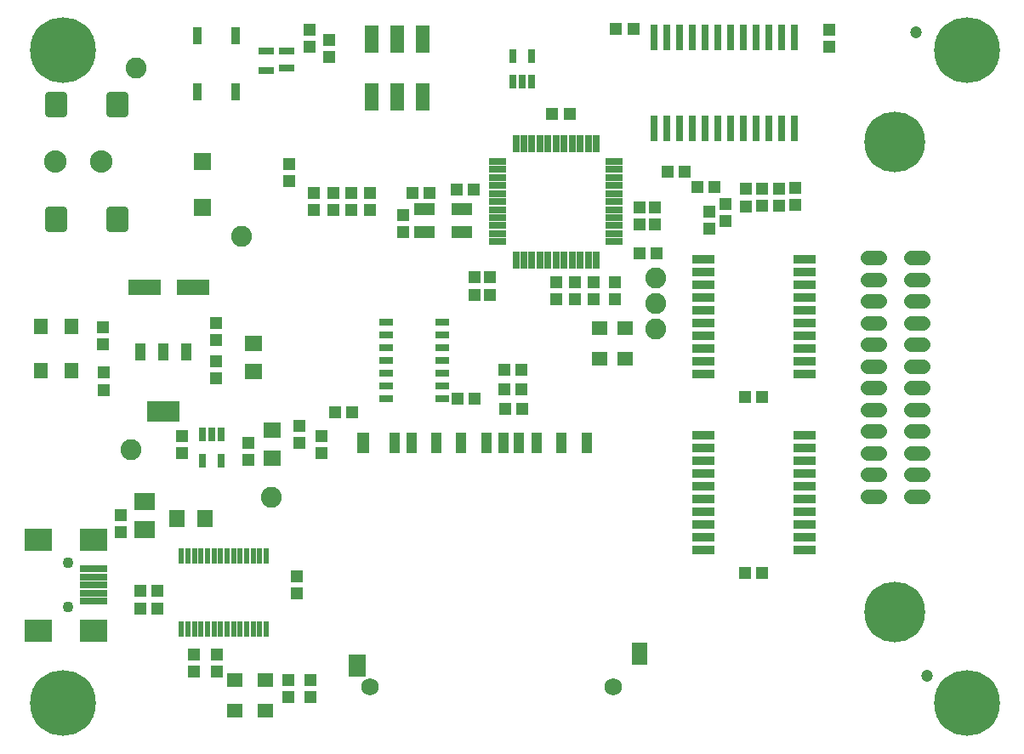
<source format=gbr>
G04 EAGLE Gerber RS-274X export*
G75*
%MOMM*%
%FSLAX34Y34*%
%LPD*%
%INSoldermask Top*%
%IPPOS*%
%AMOC8*
5,1,8,0,0,1.08239X$1,22.5*%
G01*
%ADD10R,1.203200X1.303200*%
%ADD11R,1.303200X1.203200*%
%ADD12C,1.203200*%
%ADD13R,1.603200X1.403200*%
%ADD14R,0.965200X1.727200*%
%ADD15R,1.403200X0.803200*%
%ADD16R,1.103200X2.003200*%
%ADD17R,1.603200X2.203200*%
%ADD18R,1.730200X2.203200*%
%ADD19R,1.303200X2.003200*%
%ADD20C,1.753200*%
%ADD21R,1.603200X1.803200*%
%ADD22R,2.003200X1.803200*%
%ADD23R,0.753200X1.403200*%
%ADD24R,1.703200X0.703200*%
%ADD25R,0.703200X1.703200*%
%ADD26R,1.803200X1.603200*%
%ADD27R,3.203200X1.603200*%
%ADD28R,1.016000X1.727200*%
%ADD29R,3.327400X2.108200*%
%ADD30R,1.673200X1.727200*%
%ADD31C,0.793150*%
%ADD32C,2.235200*%
%ADD33R,2.103200X1.303200*%
%ADD34C,1.422400*%
%ADD35C,6.045200*%
%ADD36R,1.403200X1.603200*%
%ADD37R,1.473200X2.743200*%
%ADD38R,2.235200X0.863600*%
%ADD39C,6.553200*%
%ADD40R,2.703200X0.703200*%
%ADD41R,2.703200X2.203200*%
%ADD42C,1.103200*%
%ADD43C,2.082800*%
%ADD44R,0.551200X1.600200*%
%ADD45R,1.524000X0.762000*%
%ADD46R,0.762000X2.514600*%


D10*
X639420Y543900D03*
X639420Y526900D03*
X559320Y469300D03*
X559320Y452300D03*
X314450Y710400D03*
X314450Y693400D03*
D11*
X537100Y636700D03*
X554100Y636700D03*
D12*
X910200Y76920D03*
X899300Y718120D03*
D13*
X583870Y423300D03*
X583870Y393300D03*
D14*
X183750Y658760D03*
X183750Y714640D03*
X221850Y658760D03*
X221850Y714640D03*
D11*
X489900Y343500D03*
X506900Y343500D03*
X337900Y339500D03*
X320900Y339500D03*
X489400Y362400D03*
X506400Y362400D03*
D15*
X427200Y353300D03*
X427200Y366000D03*
X427200Y378700D03*
X427200Y391400D03*
X427200Y404100D03*
X427200Y416800D03*
X427200Y429500D03*
X371200Y429500D03*
X371200Y416800D03*
X371200Y404100D03*
X371200Y391400D03*
X371200Y378700D03*
X371200Y366000D03*
X371200Y353300D03*
D11*
X489400Y381900D03*
X506400Y381900D03*
D16*
X546300Y309200D03*
X521300Y309200D03*
X503800Y309200D03*
X488800Y309200D03*
X471300Y309200D03*
X446300Y309200D03*
X421300Y309200D03*
X397100Y309200D03*
X380100Y309200D03*
D17*
X623560Y99200D03*
D18*
X342710Y87700D03*
D19*
X348600Y309200D03*
D16*
X571300Y309200D03*
D20*
X598000Y66200D03*
X355400Y66200D03*
D10*
X107300Y220600D03*
X107300Y237600D03*
X274600Y73400D03*
X274600Y56400D03*
X475100Y473900D03*
X475100Y456900D03*
X459600Y473900D03*
X459600Y456900D03*
X202700Y98400D03*
X202700Y81400D03*
D21*
X191600Y234000D03*
X163600Y234000D03*
D11*
X126600Y161500D03*
X143600Y161500D03*
X126600Y144000D03*
X143600Y144000D03*
D10*
X180400Y98600D03*
X180400Y81600D03*
D13*
X221000Y42700D03*
X221000Y72700D03*
X251000Y42700D03*
X251000Y72700D03*
D22*
X131500Y222600D03*
X131500Y250600D03*
D23*
X497700Y668799D03*
X507200Y668799D03*
X516700Y668799D03*
X516700Y694801D03*
X497700Y694801D03*
D24*
X482700Y589600D03*
X482700Y581600D03*
X482700Y573600D03*
X482700Y565600D03*
X482700Y557600D03*
X482700Y549600D03*
X482700Y541600D03*
X482700Y533600D03*
X482700Y525600D03*
X482700Y517600D03*
X482700Y509600D03*
D25*
X500700Y491600D03*
X508700Y491600D03*
X516700Y491600D03*
X524700Y491600D03*
X532700Y491600D03*
X540700Y491600D03*
X548700Y491600D03*
X556700Y491600D03*
X564700Y491600D03*
X572700Y491600D03*
X580700Y491600D03*
D24*
X598700Y509600D03*
X598700Y517600D03*
X598700Y525600D03*
X598700Y533600D03*
X598700Y541600D03*
X598700Y549600D03*
X598700Y557600D03*
X598700Y565600D03*
X598700Y573600D03*
X598700Y581600D03*
X598700Y589600D03*
D25*
X580700Y607600D03*
X572700Y607600D03*
X564700Y607600D03*
X556700Y607600D03*
X548700Y607600D03*
X540700Y607600D03*
X532700Y607600D03*
X524700Y607600D03*
X516700Y607600D03*
X508700Y607600D03*
X500700Y607600D03*
D11*
X641200Y498000D03*
X624200Y498000D03*
D10*
X540600Y452200D03*
X540600Y469200D03*
D11*
X441800Y561200D03*
X458800Y561200D03*
D10*
X623700Y543800D03*
X623700Y526800D03*
D26*
X239900Y408600D03*
X239900Y380600D03*
D10*
X168500Y316400D03*
X168500Y299400D03*
D27*
X179500Y464500D03*
X131500Y464500D03*
D23*
X207300Y317601D03*
X197800Y317601D03*
X188300Y317601D03*
X188300Y291599D03*
X207300Y291599D03*
D10*
X234000Y292100D03*
X234000Y309100D03*
D28*
X172507Y400200D03*
X149800Y400200D03*
X126915Y400200D03*
D29*
X149800Y340790D03*
D10*
X202500Y428800D03*
X202500Y411800D03*
X202500Y390300D03*
X202500Y373300D03*
D26*
X258300Y321800D03*
X258300Y293800D03*
D30*
X188300Y589370D03*
X188300Y543830D03*
D31*
X49650Y637350D02*
X35550Y637350D01*
X35550Y655450D01*
X49650Y655450D01*
X49650Y637350D01*
X49650Y644885D02*
X35550Y644885D01*
X35550Y652420D02*
X49650Y652420D01*
X49650Y523350D02*
X35550Y523350D01*
X35550Y541450D01*
X49650Y541450D01*
X49650Y523350D01*
X49650Y530885D02*
X35550Y530885D01*
X35550Y538420D02*
X49650Y538420D01*
X96550Y637350D02*
X110650Y637350D01*
X96550Y637350D02*
X96550Y655450D01*
X110650Y655450D01*
X110650Y637350D01*
X110650Y644885D02*
X96550Y644885D01*
X96550Y652420D02*
X110650Y652420D01*
X110650Y523350D02*
X96550Y523350D01*
X96550Y541450D01*
X110650Y541450D01*
X110650Y523350D01*
X110650Y530885D02*
X96550Y530885D01*
X96550Y538420D02*
X110650Y538420D01*
D32*
X42600Y589400D03*
X88320Y589400D03*
D33*
X447000Y541800D03*
X410000Y518800D03*
X447000Y518800D03*
X410000Y541800D03*
D11*
X397700Y558000D03*
X414700Y558000D03*
D10*
X388100Y535800D03*
X388100Y518800D03*
D34*
X850614Y493745D02*
X862806Y493745D01*
X862806Y472155D02*
X850614Y472155D01*
X850614Y450565D02*
X862806Y450565D01*
X862806Y428975D02*
X850614Y428975D01*
X850614Y407385D02*
X862806Y407385D01*
X862806Y385795D02*
X850614Y385795D01*
X850614Y364205D02*
X862806Y364205D01*
X862806Y342615D02*
X850614Y342615D01*
X850614Y321025D02*
X862806Y321025D01*
X862806Y299435D02*
X850614Y299435D01*
X850614Y277845D02*
X862806Y277845D01*
X862806Y256255D02*
X850614Y256255D01*
X893794Y493745D02*
X905986Y493745D01*
X905986Y472155D02*
X893794Y472155D01*
X893794Y450565D02*
X905986Y450565D01*
X905986Y428975D02*
X893794Y428975D01*
X893794Y407385D02*
X905986Y407385D01*
X905986Y385795D02*
X893794Y385795D01*
X893794Y364205D02*
X905986Y364205D01*
X905986Y342615D02*
X893794Y342615D01*
X893794Y321025D02*
X905986Y321025D01*
X905986Y299435D02*
X893794Y299435D01*
X893794Y277845D02*
X905986Y277845D01*
X905986Y256255D02*
X893794Y256255D01*
D35*
X878300Y608934D03*
X878300Y141066D03*
D10*
X296000Y73100D03*
X296000Y56100D03*
X89400Y424100D03*
X89400Y407100D03*
D36*
X58100Y424800D03*
X28100Y424800D03*
D10*
X90300Y379100D03*
X90300Y362100D03*
D36*
X58100Y381400D03*
X28100Y381400D03*
D10*
X578200Y469600D03*
X578200Y452600D03*
D13*
X609500Y423100D03*
X609500Y393100D03*
D11*
X600600Y721400D03*
X617600Y721400D03*
D10*
X812500Y703400D03*
X812500Y720400D03*
X355600Y540900D03*
X355600Y557900D03*
X318700Y540900D03*
X318700Y557900D03*
X299300Y540900D03*
X299300Y557900D03*
X336500Y540800D03*
X336500Y557800D03*
X275400Y586700D03*
X275400Y569700D03*
D11*
X746000Y180000D03*
X729000Y180000D03*
X443000Y353000D03*
X460000Y353000D03*
D10*
X307500Y299000D03*
X307500Y316000D03*
X285000Y309000D03*
X285000Y326000D03*
D37*
X407900Y711000D03*
X407900Y654000D03*
X382500Y711000D03*
X382500Y654000D03*
X357100Y711000D03*
X357100Y654000D03*
D38*
X787792Y377850D03*
X787792Y390550D03*
X787792Y403250D03*
X787792Y415950D03*
X787792Y428650D03*
X787792Y441350D03*
X787792Y454050D03*
X787792Y466750D03*
X687208Y466750D03*
X687208Y454050D03*
X687208Y441350D03*
X687208Y428650D03*
X687208Y415950D03*
X687208Y403250D03*
X687208Y390550D03*
X687208Y377850D03*
X787792Y479450D03*
X787792Y492150D03*
X687208Y479450D03*
X687208Y492150D03*
X787792Y202850D03*
X787792Y215550D03*
X787792Y228250D03*
X787792Y240950D03*
X787792Y253650D03*
X787792Y266350D03*
X787792Y279050D03*
X787792Y291750D03*
X687208Y291750D03*
X687208Y279050D03*
X687208Y266350D03*
X687208Y253650D03*
X687208Y240950D03*
X687208Y228250D03*
X687208Y215550D03*
X687208Y202850D03*
X787792Y304450D03*
X787792Y317150D03*
X687208Y304450D03*
X687208Y317150D03*
D11*
X746000Y355000D03*
X729000Y355000D03*
D10*
X599500Y469000D03*
X599500Y452000D03*
D39*
X50000Y50000D03*
X950000Y50000D03*
X950000Y700000D03*
X50000Y700000D03*
D40*
X80000Y167500D03*
X80000Y175500D03*
X80000Y151500D03*
X80000Y159500D03*
D41*
X25000Y122500D03*
X25000Y212500D03*
X80000Y122500D03*
X80000Y212500D03*
D40*
X80000Y183500D03*
D42*
X55000Y189500D03*
X55000Y145500D03*
D43*
X227500Y515000D03*
X117500Y302500D03*
X257500Y255000D03*
X122500Y682500D03*
D44*
X252250Y123440D03*
X245750Y123440D03*
X239250Y123440D03*
X232750Y123440D03*
X226250Y123440D03*
X219750Y123440D03*
X213250Y123440D03*
X200250Y123440D03*
X206750Y123440D03*
X193750Y123440D03*
X187250Y123440D03*
X180750Y123440D03*
X174250Y123440D03*
X167750Y123440D03*
X252250Y196560D03*
X245750Y196560D03*
X239250Y196560D03*
X232750Y196560D03*
X226250Y196560D03*
X219750Y196560D03*
X213250Y196560D03*
X206750Y196560D03*
X200250Y196560D03*
X193750Y196560D03*
X187250Y196560D03*
X180750Y196560D03*
X174250Y196560D03*
X167750Y196560D03*
D43*
X640000Y422500D03*
X640000Y447900D03*
X640000Y473300D03*
D10*
X282500Y176000D03*
X282500Y159000D03*
D45*
X272660Y682253D03*
X272660Y699652D03*
X252340Y699652D03*
X252340Y680348D03*
D10*
X295000Y721000D03*
X295000Y704000D03*
X779000Y546000D03*
X779000Y563000D03*
X763000Y545500D03*
X763000Y562500D03*
X746000Y545500D03*
X746000Y562500D03*
X730000Y545000D03*
X730000Y562000D03*
D11*
X669000Y579000D03*
X652000Y579000D03*
X698500Y564000D03*
X681500Y564000D03*
D10*
X709000Y530500D03*
X709000Y547500D03*
X693000Y522500D03*
X693000Y539500D03*
D46*
X638650Y622788D03*
X651350Y622788D03*
X664050Y622788D03*
X676750Y622788D03*
X689450Y622788D03*
X702150Y622788D03*
X714850Y622788D03*
X727550Y622788D03*
X740250Y622788D03*
X752950Y622788D03*
X765650Y622788D03*
X778350Y622788D03*
X778350Y713212D03*
X765650Y713212D03*
X752950Y713212D03*
X740250Y713212D03*
X727550Y713212D03*
X714850Y713212D03*
X702150Y713212D03*
X689450Y713212D03*
X676750Y713212D03*
X664050Y713212D03*
X651350Y713212D03*
X638650Y713212D03*
M02*

</source>
